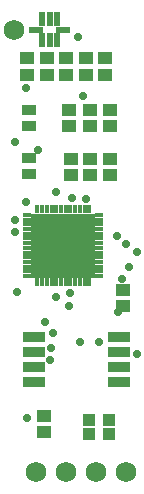
<source format=gts>
G04*
G04 #@! TF.GenerationSoftware,Altium Limited,Altium Designer,20.2.4 (192)*
G04*
G04 Layer_Color=8388736*
%FSLAX25Y25*%
%MOIN*%
G70*
G04*
G04 #@! TF.SameCoordinates,C5831E6D-2EEE-4114-93DC-BC8679F25CA8*
G04*
G04*
G04 #@! TF.FilePolarity,Negative*
G04*
G01*
G75*
%ADD22R,0.04737X0.02178*%
%ADD23R,0.02178X0.04737*%
%ADD24R,0.04698X0.03871*%
%ADD25R,0.04816X0.03320*%
%ADD26R,0.07296X0.03556*%
%ADD27R,0.21272X0.21272*%
%ADD28O,0.02965X0.01587*%
%ADD29O,0.01587X0.02965*%
%ADD30R,0.04343X0.03950*%
%ADD31C,0.06800*%
%ADD32C,0.02800*%
%ADD33C,0.03800*%
D22*
X337028Y280500D02*
D03*
X327972D02*
D03*
D23*
X335059Y276957D02*
D03*
X332500D02*
D03*
X329941D02*
D03*
Y284043D02*
D03*
X332500D02*
D03*
X335059D02*
D03*
D24*
X325000Y271000D02*
D03*
Y265488D02*
D03*
X331500Y271000D02*
D03*
Y265488D02*
D03*
X338000Y271000D02*
D03*
Y265488D02*
D03*
X344500Y271000D02*
D03*
Y265488D02*
D03*
X330500Y151756D02*
D03*
Y146244D02*
D03*
X352500Y253756D02*
D03*
Y248244D02*
D03*
X339500Y237500D02*
D03*
Y231988D02*
D03*
X346000Y253756D02*
D03*
Y248244D02*
D03*
X339000Y253756D02*
D03*
Y248244D02*
D03*
X346000Y237500D02*
D03*
Y231988D02*
D03*
X352500Y237500D02*
D03*
Y231988D02*
D03*
X351000Y271000D02*
D03*
Y265488D02*
D03*
X357000Y188244D02*
D03*
Y193756D02*
D03*
D25*
X325500Y248480D02*
D03*
Y253520D02*
D03*
Y237520D02*
D03*
Y232480D02*
D03*
D26*
X327327Y163000D02*
D03*
Y168000D02*
D03*
Y173000D02*
D03*
Y178000D02*
D03*
X355673D02*
D03*
Y173000D02*
D03*
Y168000D02*
D03*
Y163000D02*
D03*
D27*
X337063Y208508D02*
D03*
D28*
X325055Y198272D02*
D03*
Y199846D02*
D03*
Y201421D02*
D03*
Y202996D02*
D03*
Y204571D02*
D03*
Y206146D02*
D03*
Y207720D02*
D03*
Y209295D02*
D03*
Y210870D02*
D03*
Y212445D02*
D03*
Y214020D02*
D03*
Y215595D02*
D03*
Y217169D02*
D03*
Y218744D02*
D03*
X349071D02*
D03*
Y217169D02*
D03*
Y215595D02*
D03*
Y214020D02*
D03*
Y212445D02*
D03*
Y210870D02*
D03*
Y209295D02*
D03*
Y207720D02*
D03*
Y206146D02*
D03*
Y204571D02*
D03*
Y202996D02*
D03*
Y201421D02*
D03*
Y199846D02*
D03*
Y198272D02*
D03*
D29*
X328402Y220516D02*
D03*
X329976D02*
D03*
X331551D02*
D03*
X333126D02*
D03*
X334701D02*
D03*
X336276D02*
D03*
X337850D02*
D03*
X339425D02*
D03*
X341000D02*
D03*
X342575D02*
D03*
X344150D02*
D03*
X345724D02*
D03*
Y196500D02*
D03*
X344150D02*
D03*
X342575D02*
D03*
X341000D02*
D03*
X339425D02*
D03*
X337850D02*
D03*
X336276D02*
D03*
X334701D02*
D03*
X333126D02*
D03*
X331551D02*
D03*
X329976D02*
D03*
X328402D02*
D03*
D30*
X352248Y145539D02*
D03*
X345752D02*
D03*
Y150461D02*
D03*
X352248D02*
D03*
D31*
X320500Y280500D02*
D03*
X328000Y133000D02*
D03*
X338000D02*
D03*
X348000D02*
D03*
X358000D02*
D03*
D32*
X324500Y223000D02*
D03*
X342000Y278000D02*
D03*
X344500Y224000D02*
D03*
X339425Y192575D02*
D03*
X321000Y217000D02*
D03*
Y213102D02*
D03*
X324500Y261000D02*
D03*
X340000Y224500D02*
D03*
X331000Y183000D02*
D03*
X339000Y188500D02*
D03*
X334500Y191500D02*
D03*
X343500Y258401D02*
D03*
X334701Y226299D02*
D03*
X321500Y193000D02*
D03*
X325000Y151000D02*
D03*
X342500Y176500D02*
D03*
X355256Y186500D02*
D03*
X361500Y172500D02*
D03*
X349000Y176500D02*
D03*
X333000Y174468D02*
D03*
X333500Y179500D02*
D03*
X332500Y170500D02*
D03*
X328500Y240500D02*
D03*
X321000Y243000D02*
D03*
X355051Y211551D02*
D03*
X358000Y209000D02*
D03*
X356500Y197500D02*
D03*
X359000Y201500D02*
D03*
X361500Y206500D02*
D03*
D33*
X337063Y208508D02*
D03*
X331157D02*
D03*
Y214413D02*
D03*
X337063D02*
D03*
X342969D02*
D03*
Y208508D02*
D03*
Y202602D02*
D03*
X337063D02*
D03*
X331157D02*
D03*
M02*

</source>
